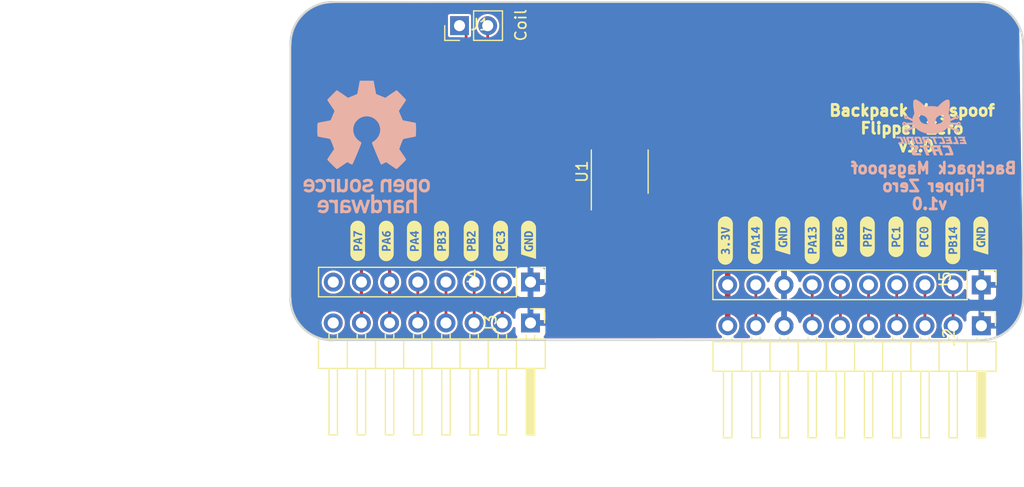
<source format=kicad_pcb>
(kicad_pcb (version 20221018) (generator pcbnew)
  (layers (0 "F.Cu" signal) (31 "B.Cu" signal) (34 "B.Paste" user) (35 "F.Paste" user) (36 "B.SilkS" user "B.Silkscreen") (37 "F.SilkS" user "F.Silkscreen") (38 "B.Mask" user) (39 "F.Mask" user) (44 "Edge.Cuts" user))
  (net 0 "")
  (net 1 "/Out_A")
  (net 2 "/Out_B")
  (net 4 "/IN_A")
  (net 5 "GND")
  (net 6 "/IN_B")
  (net 8 "+3V3")
  (net 11 "/PB14")
  (net 12 "/PC0")
  (net 13 "/PC1")
  (net 14 "/PB7")
  (net 15 "/PB6")
  (net 16 "/PA13")
  (net 17 "/PA14")
  (net 18 "/PC3")
  (net 19 "/PB2")
  (net 20 "/PB3")
  (net 21 "/PA4")
  (footprint "Connector_PinHeader_2.54mm:PinHeader_1x08_P2.54mm_Horizontal" (layer "F.Cu") (at 217.851 85.09 -90)
    (fp_text reference "J3" (at 0.1018 3.576 90) (layer "F.SilkS"))
    (fp_text value "Conn_01x08_Socket" hide)
    (pad "1" thru_hole rect (at 0 0 270) (size 1.7 1.7) (drill 1) (layers "*.Cu" "*.Mask") (net 5 "GND"))
    (pad "2" thru_hole oval (at 0 2.54 270) (size 1.7 1.7) (drill 1) (layers "*.Cu" "*.Mask") (net 18 "/PC3"))
    (pad "3" thru_hole oval (at 0 5.08 270) (size 1.7 1.7) (drill 1) (layers "*.Cu" "*.Mask") (net 19 "/PB2"))
    (pad "4" thru_hole oval (at 0 7.62 270) (size 1.7 1.7) (drill 1) (layers "*.Cu" "*.Mask") (net 20 "/PB3"))
    (pad "5" thru_hole oval (at 0 10.16 270) (size 1.7 1.7) (drill 1) (layers "*.Cu" "*.Mask") (net 21 "/PA4"))
    (pad "6" thru_hole oval (at 0 12.7 270) (size 1.7 1.7) (drill 1) (layers "*.Cu" "*.Mask") (net 6 "/IN_B"))
    (pad "7" thru_hole oval (at 0 15.24 270) (size 1.7 1.7) (drill 1) (layers "*.Cu" "*.Mask") (net 4 "/IN_A"))
    (pad "8" thru_hole oval (at 0 17.78 270) (size 1.7 1.7) (drill 1) (layers "*.Cu" "*.Mask"))
  )
  (footprint "kibuzzard-648B93B1" (layer "F.Cu") (at 238.12 77.639884 90)
    (fp_text reference "kibuzzard-648B93B1" hide)
    (fp_text value "G***" hide)
  )
  (footprint "kibuzzard-648B91E6" (layer "F.Cu") (at 209.828 77.700844 90)
    (fp_text reference "kibuzzard-648B91E6" hide)
    (fp_text value "G***" hide)
  )
  (footprint "kibuzzard-648B922F" (layer "F.Cu") (at 202.278 77.689414 90)
    (fp_text reference "kibuzzard-648B922F" hide)
    (fp_text value "G***" hide)
  )
  (footprint "kibuzzard-6488F75A" (layer "F.Cu") (at 235.42 77.669094 90)
    (fp_text reference "kibuzzard-6488F75A" hide)
    (fp_text value "G***" hide)
  )
  (footprint "Package_SO:SOIC-8_3.9x4.9mm_P1.27mm" (layer "F.Cu") (at 225.895 71.45 90)
    (fp_text reference "U1" (at 0 -3.4 90) (layer "F.SilkS"))
    (fp_text value "TC4424" hide)
    (pad "1" smd roundrect (at -2.475 -1.905 90) (size 1.95 0.6) (layers "F.Cu" "F.Paste" "F.Mask"))
    (pad "2" smd roundrect (at -2.475 -0.635 90) (size 1.95 0.6) (layers "F.Cu" "F.Paste" "F.Mask") (net 4 "/IN_A"))
    (pad "3" smd roundrect (at -2.475 0.635 90) (size 1.95 0.6) (layers "F.Cu" "F.Paste" "F.Mask") (net 5 "GND"))
    (pad "4" smd roundrect (at -2.475 1.905 90) (size 1.95 0.6) (layers "F.Cu" "F.Paste" "F.Mask") (net 6 "/IN_B"))
    (pad "5" smd roundrect (at 2.475 1.905 90) (size 1.95 0.6) (layers "F.Cu" "F.Paste" "F.Mask") (net 2 "/Out_B"))
    (pad "6" smd roundrect (at 2.475 0.635 90) (size 1.95 0.6) (layers "F.Cu" "F.Paste" "F.Mask") (net 8 "+3V3"))
    (pad "7" smd roundrect (at 2.475 -0.635 90) (size 1.95 0.6) (layers "F.Cu" "F.Paste" "F.Mask") (net 1 "/Out_A"))
    (pad "8" smd roundrect (at 2.475 -1.905 90) (size 1.95 0.6) (layers "F.Cu" "F.Paste" "F.Mask"))
  )
  (footprint "kibuzzard-648B921B" (layer "F.Cu") (at 215.153 77.700844 90)
    (fp_text reference "kibuzzard-648B921B" hide)
    (fp_text value "G***" hide)
  )
  (footprint "Connector_PinHeader_2.54mm:PinHeader_1x10_P2.54mm_Vertical" (layer "F.Cu") (at 258.485 81.661 -90)
    (fp_text reference "J5" (at -0.375 3.26 90) (layer "F.SilkS"))
    (fp_text value "Conn_01x10_Socket")
    (pad "1" thru_hole rect (at 0 0 270) (size 1.7 1.7) (drill 1) (layers "*.Cu" "*.Mask") (net 5 "GND"))
    (pad "2" thru_hole oval (at 0 2.54 270) (size 1.7 1.7) (drill 1) (layers "*.Cu" "*.Mask") (net 11 "/PB14"))
    (pad "3" thru_hole oval (at 0 5.08 270) (size 1.7 1.7) (drill 1) (layers "*.Cu" "*.Mask") (net 12 "/PC0"))
    (pad "4" thru_hole oval (at 0 7.62 270) (size 1.7 1.7) (drill 1) (layers "*.Cu" "*.Mask") (net 13 "/PC1"))
    (pad "5" thru_hole oval (at 0 10.16 270) (size 1.7 1.7) (drill 1) (layers "*.Cu" "*.Mask") (net 14 "/PB7"))
    (pad "6" thru_hole oval (at 0 12.7 270) (size 1.7 1.7) (drill 1) (layers "*.Cu" "*.Mask") (net 15 "/PB6"))
    (pad "7" thru_hole oval (at 0 15.24 270) (size 1.7 1.7) (drill 1) (layers "*.Cu" "*.Mask") (net 16 "/PA13"))
    (pad "8" thru_hole oval (at 0 17.78 270) (size 1.7 1.7) (drill 1) (layers "*.Cu" "*.Mask") (net 5 "GND"))
    (pad "9" thru_hole oval (at 0 20.32 270) (size 1.7 1.7) (drill 1) (layers "*.Cu" "*.Mask") (net 17 "/PA14"))
    (pad "10" thru_hole oval (at 0 22.86 270) (size 1.7 1.7) (drill 1) (layers "*.Cu" "*.Mask") (net 8 "+3V3"))
  )
  (footprint "kibuzzard-6488EEAF" (layer "F.Cu") (at 258.445 77.216 90)
    (fp_text reference "kibuzzard-6488EEAF" hide)
    (fp_text value "G***" hide)
  )
  (footprint "Connector_PinHeader_2.54mm:PinHeader_1x08_P2.54mm_Vertical" (layer "F.Cu") (at 217.855 81.407 -90)
    (fp_text reference "J4" (at -0.375 5.155 90) (layer "F.SilkS"))
    (fp_text value "Conn_01x08_Socket")
    (pad "1" thru_hole rect (at 0 0 270) (size 1.7 1.7) (drill 1) (layers "*.Cu" "*.Mask") (net 5 "GND"))
    (pad "2" thru_hole oval (at 0 2.54 270) (size 1.7 1.7) (drill 1) (layers "*.Cu" "*.Mask") (net 18 "/PC3"))
    (pad "3" thru_hole oval (at 0 5.08 270) (size 1.7 1.7) (drill 1) (layers "*.Cu" "*.Mask") (net 19 "/PB2"))
    (pad "4" thru_hole oval (at 0 7.62 270) (size 1.7 1.7) (drill 1) (layers "*.Cu" "*.Mask") (net 20 "/PB3"))
    (pad "5" thru_hole oval (at 0 10.16 270) (size 1.7 1.7) (drill 1) (layers "*.Cu" "*.Mask") (net 21 "/PA4"))
    (pad "6" thru_hole oval (at 0 12.7 270) (size 1.7 1.7) (drill 1) (layers "*.Cu" "*.Mask") (net 6 "/IN_B"))
    (pad "7" thru_hole oval (at 0 15.24 270) (size 1.7 1.7) (drill 1) (layers "*.Cu" "*.Mask") (net 4 "/IN_A"))
    (pad "8" thru_hole oval (at 0 17.78 270) (size 1.7 1.7) (drill 1) (layers "*.Cu" "*.Mask"))
  )
  (footprint "kibuzzard-6488EEAF" (layer "F.Cu") (at 217.678 77.597 90)
    (fp_text reference "kibuzzard-6488EEAF" hide)
    (fp_text value "G***" hide)
  )
  (footprint "kibuzzard-648B9401" (layer "F.Cu") (at 253.32 77.328734 90)
    (fp_text reference "kibuzzard-648B9401" hide)
    (fp_text value "G***" hide)
  )
  (footprint "kibuzzard-648B91CB" (layer "F.Cu") (at 207.378 77.703384 90)
    (fp_text reference "kibuzzard-648B91CB" hide)
    (fp_text value "G***" hide)
  )
  (footprint "kibuzzard-648B91FC" (layer "F.Cu") (at 212.503 77.704654 90)
    (fp_text reference "kibuzzard-648B91FC" hide)
    (fp_text value "G***" hide)
  )
  (footprint "kibuzzard-648B93EF" (layer "F.Cu") (at 250.795 77.324924 90)
    (fp_text reference "kibuzzard-648B93EF" hide)
    (fp_text value "G***" hide)
  )
  (footprint "kibuzzard-648B923F" (layer "F.Cu") (at 204.853 77.698939 90)
    (fp_text reference "kibuzzard-648B923F" hide)
    (fp_text value "G***" hide)
  )
  (footprint "Connector_PinHeader_2.54mm:PinHeader_1x02_P2.54mm_Vertical" (layer "F.Cu") (at 211.455 58.293 90)
    (fp_text reference "J1" (at 0.1 1.85 180) (layer "F.SilkS"))
    (fp_text value "Coil" (at 0.04 5.525 90) (layer "F.SilkS"))
    (pad "1" thru_hole rect (at 0 0 90) (size 1.7 1.7) (drill 1) (layers "*.Cu" "*.Mask") (net 1 "/Out_A"))
    (pad "2" thru_hole oval (at 0 2.54 90) (size 1.7 1.7) (drill 1) (layers "*.Cu" "*.Mask") (net 2 "/Out_B"))
  )
  (footprint "kibuzzard-648B93E0" (layer "F.Cu") (at 245.72 77.317939 90)
    (fp_text reference "kibuzzard-648B93E0" hide)
    (fp_text value "G***" hide)
  )
  (footprint "Connector_PinHeader_2.54mm:PinHeader_1x10_P2.54mm_Horizontal" (layer "F.Cu") (at 258.491 85.344 -90)
    (fp_text reference "J2" (at 1.042929 2.92 90) (layer "F.SilkS"))
    (fp_text value "Conn_01x10_Socket")
    (pad "1" thru_hole rect (at 0 0 270) (size 1.7 1.7) (drill 1) (layers "*.Cu" "*.Mask") (net 5 "GND"))
    (pad "2" thru_hole oval (at 0 2.54 270) (size 1.7 1.7) (drill 1) (layers "*.Cu" "*.Mask") (net 11 "/PB14"))
    (pad "3" thru_hole oval (at 0 5.08 270) (size 1.7 1.7) (drill 1) (layers "*.Cu" "*.Mask") (net 12 "/PC0"))
    (pad "4" thru_hole oval (at 0 7.62 270) (size 1.7 1.7) (drill 1) (layers "*.Cu" "*.Mask") (net 13 "/PC1"))
    (pad "5" thru_hole oval (at 0 10.16 270) (size 1.7 1.7) (drill 1) (layers "*.Cu" "*.Mask") (net 14 "/PB7"))
    (pad "6" thru_hole oval (at 0 12.7 270) (size 1.7 1.7) (drill 1) (layers "*.Cu" "*.Mask") (net 15 "/PB6"))
    (pad "7" thru_hole oval (at 0 15.24 270) (size 1.7 1.7) (drill 1) (layers "*.Cu" "*.Mask") (net 16 "/PA13"))
    (pad "8" thru_hole oval (at 0 17.78 270) (size 1.7 1.7) (drill 1) (layers "*.Cu" "*.Mask") (net 5 "GND"))
    (pad "9" thru_hole oval (at 0 20.32 270) (size 1.7 1.7) (drill 1) (layers "*.Cu" "*.Mask") (net 17 "/PA14"))
    (pad "10" thru_hole oval (at 0 22.86 270) (size 1.7 1.7) (drill 1) (layers "*.Cu" "*.Mask") (net 8 "+3V3"))
  )
  (footprint "kibuzzard-648B93D2" (layer "F.Cu") (at 248.22 77.313494 90)
    (fp_text reference "kibuzzard-648B93D2" hide)
    (fp_text value "G***" hide)
  )
  (footprint "kibuzzard-6488EEAF" (layer "F.Cu") (at 240.595 77.216 90)
    (fp_text reference "kibuzzard-6488EEAF" hide)
    (fp_text value "G***" hide)
  )
  (footprint "kibuzzard-648B9410" (layer "F.Cu") (at 255.92 77.644964 90)
    (fp_text reference "kibuzzard-648B9410" hide)
    (fp_text value "G***" hide)
  )
  (footprint "kibuzzard-648B93BF" (layer "F.Cu") (at 243.245 77.637344 90)
    (fp_text reference "kibuzzard-648B93BF" hide)
    (fp_text value "G***" hide)
  )
  (footprint "Symbol:OSHW-Logo_11.4x12mm_SilkScreen" (layer "B.Cu") (at 203.1 69.225 180)
    (fp_text reference "REF**" hide)
    (fp_text value "OSHW-Logo_11.4x12mm_SilkScreen" hide)
  )
  (footprint "Aesthetics:electronic_cats_logo_4x3" (layer "B.Cu") (at 254 67.475 180)
    (fp_text reference "G***" hide)
    (fp_text value "LOGO" hide)
  )
  (gr_line (start 200.025 56.17) (end 258.445 56.17) (stroke (width 0.15)) (layer "Edge.Cuts"))
  (gr_arc (start 258.445 56.17) (mid 261.139077 57.285923) (end 262.255 59.98) (stroke (width 0.2)) (layer "Edge.Cuts"))
  (gr_arc (start 262.255 82.84) (mid 261.139077 85.534077) (end 258.445 86.65) (stroke (width 0.2)) (layer "Edge.Cuts"))
  (gr_line (start 200.025 86.65) (end 258.445 86.65) (stroke (width 0.15)) (layer "Edge.Cuts"))
  (gr_line (start 262.255 82.84) (end 262.255 59.98) (stroke (width 0.15)) (layer "Edge.Cuts"))
  (gr_line (start 196.215 82.84) (end 196.215 59.98) (stroke (width 0.15)) (layer "Edge.Cuts"))
  (gr_arc (start 200.025 86.65) (mid 197.330923 85.534077) (end 196.215 82.84) (stroke (width 0.2)) (layer "Edge.Cuts"))
  (gr_arc (start 196.215 59.98) (mid 197.330923 57.285923) (end 200.025 56.17) (stroke (width 0.2)) (layer "Edge.Cuts"))
  (gr_text "Backpack Magspoof\nFlipper Zero\n v1.0" (at 254.2 72.75) (layer "B.SilkS") (effects (font (size 1 1) (thickness 0.25) bold) (justify mirror)))
  (gr_text "Backpack Magspoof\nFlipper Zero\n v1.0" (at 252.25 67.55) (layer "F.SilkS") (effects (font (size 1 1) (thickness 0.25) bold)))
  (segment (start 212.05 58.888) (end 212.05 69.15) (width 0.25) (layer "F.Cu") (net 1))
  (segment (start 212.05 69.15) (end 213.425 70.525) (width 0.25) (layer "F.Cu") (net 1))
  (segment (start 225.26 70.09) (end 225.26 68.975) (width 0.25) (layer "F.Cu") (net 1))
  (segment (start 224.825 70.525) (end 225.26 70.09) (width 0.25) (layer "F.Cu") (net 1))
  (segment (start 211.455 58.293) (end 212.05 58.888) (width 0.25) (layer "F.Cu") (net 1))
  (segment (start 213.425 70.525) (end 224.825 70.525) (width 0.25) (layer "F.Cu") (net 1))
  (segment (start 213.995 58.293) (end 213.995 63.754) (width 0.25) (layer "F.Cu") (net 2))
  (segment (start 213.995 63.754) (end 215.441 65.2) (width 0.25) (layer "F.Cu") (net 2))
  (segment (start 227.875 68.9) (end 227.8 68.975) (width 0.25) (layer "F.Cu") (net 2))
  (segment (start 227.875 65.8) (end 227.875 68.9) (width 0.25) (layer "F.Cu") (net 2))
  (segment (start 215.441 65.2) (end 227.275 65.2) (width 0.25) (layer "F.Cu") (net 2))
  (segment (start 227.275 65.2) (end 227.875 65.8) (width 0.25) (layer "F.Cu") (net 2))
  (segment (start 224.6 71.85) (end 203.725 71.85) (width 0.3) (layer "F.Cu") (net 4))
  (segment (start 225.26 72.51) (end 224.6 71.85) (width 0.3) (layer "F.Cu") (net 4))
  (segment (start 203.725 71.85) (end 202.611 72.964) (width 0.3) (layer "F.Cu") (net 4))
  (segment (start 225.26 73.925) (end 225.26 72.51) (width 0.3) (layer "F.Cu") (net 4))
  (segment (start 202.611 72.964) (end 202.611 85.09) (width 0.3) (layer "F.Cu") (net 4))
  (segment (start 205.155 85.086) (end 205.151 85.09) (width 0.3) (layer "F.Cu") (net 6))
  (segment (start 205.625 75.625) (end 205.155 76.095) (width 0.3) (layer "F.Cu") (net 6))
  (segment (start 205.155 81.407) (end 205.155 85.086) (width 0.3) (layer "F.Cu") (net 6))
  (segment (start 227.8 75.325) (end 227.5 75.625) (width 0.3) (layer "F.Cu") (net 6))
  (segment (start 227.8 73.925) (end 227.8 75.325) (width 0.3) (layer "F.Cu") (net 6))
  (segment (start 205.155 76.095) (end 205.155 81.407) (width 0.3) (layer "F.Cu") (net 6))
  (segment (start 227.5 75.625) (end 205.625 75.625) (width 0.3) (layer "F.Cu") (net 6))
  (segment (start 235.625 72.5) (end 235.625 81.661) (width 0.5) (layer "F.Cu") (net 8))
  (segment (start 227.375 71.15) (end 234.275 71.15) (width 0.5) (layer "F.Cu") (net 8))
  (segment (start 235.625 81.661) (end 235.625 85.338) (width 0.5) (layer "F.Cu") (net 8))
  (segment (start 226.53 68.975) (end 226.53 70.305) (width 0.5) (layer "F.Cu") (net 8))
  (segment (start 235.625 85.338) (end 235.631 85.344) (width 0.5) (layer "F.Cu") (net 8))
  (segment (start 234.275 71.15) (end 235.625 72.5) (width 0.5) (layer "F.Cu") (net 8))
  (segment (start 226.53 70.305) (end 227.375 71.15) (width 0.5) (layer "F.Cu") (net 8))
  (segment (start 255.945 85.338) (end 255.951 85.344) (width 0.25) (layer "F.Cu") (net 11))
  (segment (start 255.945 81.661) (end 255.945 85.338) (width 0.25) (layer "F.Cu") (net 11))
  (segment (start 253.405 81.661) (end 253.405 85.338) (width 0.25) (layer "F.Cu") (net 12))
  (segment (start 253.405 85.338) (end 253.411 85.344) (width 0.25) (layer "F.Cu") (net 12))
  (segment (start 250.865 81.661) (end 250.865 85.338) (width 0.25) (layer "F.Cu") (net 13))
  (segment (start 250.865 85.338) (end 250.871 85.344) (width 0.25) (layer "F.Cu") (net 13))
  (segment (start 248.325 85.338) (end 248.331 85.344) (width 0.25) (layer "F.Cu") (net 14))
  (segment (start 248.325 81.661) (end 248.325 85.338) (width 0.25) (layer "F.Cu") (net 14))
  (segment (start 245.785 81.661) (end 245.785 85.338) (width 0.25) (layer "F.Cu") (net 15))
  (segment (start 245.785 85.338) (end 245.791 85.344) (width 0.25) (layer "F.Cu") (net 15))
  (segment (start 243.245 81.661) (end 243.245 85.338) (width 0.25) (layer "F.Cu") (net 16))
  (segment (start 243.245 85.338) (end 243.251 85.344) (width 0.25) (layer "F.Cu") (net 16))
  (segment (start 238.165 81.661) (end 238.165 85.338) (width 0.25) (layer "F.Cu") (net 17))
  (segment (start 238.165 85.338) (end 238.171 85.344) (width 0.25) (layer "F.Cu") (net 17))
  (segment (start 215.296 85.0838) (end 215.296 82.517) (width 0.25) (layer "F.Cu") (net 18))
  (segment (start 215.315 85.086) (end 215.311 85.09) (width 0.25) (layer "F.Cu") (net 18))
  (segment (start 215.296 82.517) (end 215.3042 82.5088) (width 0.25) (layer "F.Cu") (net 18))
  (segment (start 215.315 81.407) (end 215.315 85.086) (width 0.25) (layer "F.Cu") (net 18))
  (segment (start 212.775 85.086) (end 212.771 85.09) (width 0.25) (layer "F.Cu") (net 19))
  (segment (start 212.775 81.407) (end 212.775 85.086) (width 0.25) (layer "F.Cu") (net 19))
  (segment (start 210.235 81.407) (end 210.235 85.086) (width 0.25) (layer "F.Cu") (net 20))
  (segment (start 210.235 85.086) (end 210.231 85.09) (width 0.25) (layer "F.Cu") (net 20))
  (segment (start 207.695 85.086) (end 207.691 85.09) (width 0.25) (layer "F.Cu") (net 21))
  (segment (start 207.695 81.407) (end 207.695 85.086) (width 0.25) (layer "F.Cu") (net 21))
  (zone (net 5) (net_name "GND") (layers "F&B.Cu") (connect_pads (clearance 0)) (min_thickness 0.25) (fill yes (thermal_gap 0.5) (thermal_bridge_width 0.5))
    (polygon (pts (xy 195.95 63.35) (xy 195.94 86.51) (xy 262.304 86.426) (xy 261.856 55.981) (xy 195.412 56.275)))
  )
)
</source>
